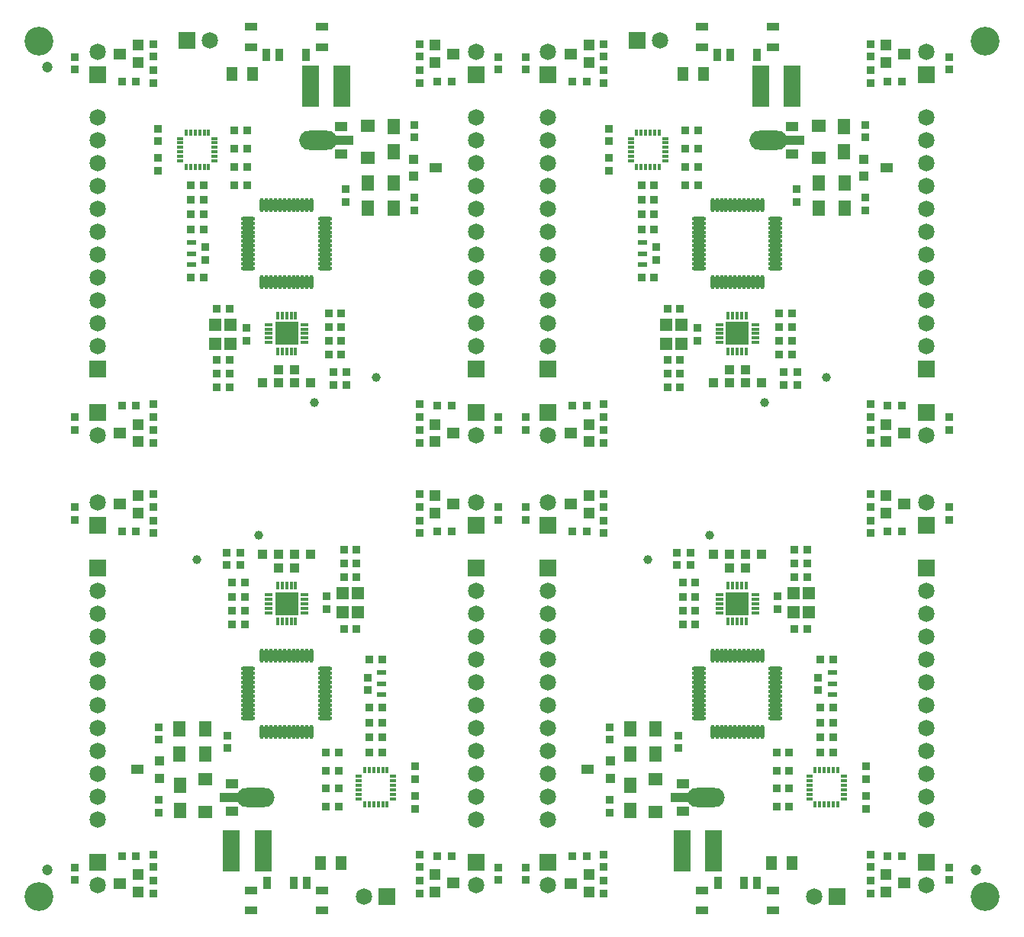
<source format=gts>
G04*
G04 #@! TF.GenerationSoftware,Altium Limited,Altium Designer,21.2.2 (38)*
G04*
G04 Layer_Color=8388736*
%FSLAX24Y24*%
%MOIN*%
G70*
G04*
G04 #@! TF.SameCoordinates,7BEC17FB-94DA-460C-997F-5D10B4D38A6F*
G04*
G04*
G04 #@! TF.FilePolarity,Negative*
G04*
G01*
G75*
%ADD65C,0.0474*%
%ADD66R,0.0365X0.0326*%
%ADD67R,0.0326X0.0365*%
%ADD68R,0.0550X0.0650*%
%ADD69C,0.0395*%
%ADD70R,0.0550X0.0390*%
%ADD71O,0.1650X0.0837*%
%ADD72R,0.1050X0.0390*%
%ADD73R,0.0301X0.0150*%
%ADD74R,0.0150X0.0301*%
%ADD75R,0.0450X0.0450*%
%ADD76R,0.0550X0.0450*%
%ADD77R,0.0400X0.0400*%
%ADD78R,0.0739X0.1822*%
%ADD79R,0.0365X0.0522*%
%ADD80R,0.0522X0.0365*%
%ADD81R,0.0450X0.0600*%
%ADD82R,0.0641X0.0522*%
%ADD83R,0.0522X0.0562*%
%ADD84R,0.0444X0.0247*%
%ADD85R,0.0522X0.0410*%
%ADD86R,0.0410X0.0410*%
%ADD87O,0.0641X0.0168*%
%ADD88O,0.0168X0.0641*%
%ADD89R,0.0365X0.0160*%
%ADD90R,0.0160X0.0365*%
%ADD91O,0.0641X0.0168*%
%ADD92O,0.0168X0.0641*%
%ADD93R,0.1034X0.1034*%
%ADD94C,0.1261*%
%ADD95C,0.0719*%
%ADD96R,0.0719X0.0719*%
%ADD97R,0.0719X0.0719*%
D65*
X39970Y-17550D02*
D03*
X-600D02*
D03*
Y17550D02*
D03*
D66*
X16417Y2753D02*
D03*
X17047D02*
D03*
X12470Y4217D02*
D03*
Y3663D02*
D03*
X15420Y11853D02*
D03*
Y11300D02*
D03*
X12420Y12217D02*
D03*
Y11663D02*
D03*
X11880Y4217D02*
D03*
Y3663D02*
D03*
X591Y1692D02*
D03*
Y2245D02*
D03*
X4220Y14313D02*
D03*
Y14867D02*
D03*
Y13577D02*
D03*
Y13023D02*
D03*
X15420Y14475D02*
D03*
Y15029D02*
D03*
X6300Y9133D02*
D03*
Y9687D02*
D03*
X8090Y5593D02*
D03*
Y6147D02*
D03*
X15669Y1118D02*
D03*
Y1672D02*
D03*
Y18567D02*
D03*
Y18013D02*
D03*
X4016Y18567D02*
D03*
Y18013D02*
D03*
Y2263D02*
D03*
Y2817D02*
D03*
Y17422D02*
D03*
Y16868D02*
D03*
X15669Y17422D02*
D03*
Y16868D02*
D03*
Y2817D02*
D03*
Y2263D02*
D03*
X4016Y1672D02*
D03*
Y1118D02*
D03*
X3268Y16932D02*
D03*
X2638D02*
D03*
X16417D02*
D03*
X17047D02*
D03*
X3268Y2753D02*
D03*
X2638D02*
D03*
X19094Y1692D02*
D03*
Y2245D02*
D03*
Y17440D02*
D03*
Y17993D02*
D03*
X591D02*
D03*
Y17440D02*
D03*
X36102Y2753D02*
D03*
X36732D02*
D03*
X32155Y4217D02*
D03*
Y3663D02*
D03*
X35105Y11853D02*
D03*
Y11300D02*
D03*
X32105Y12217D02*
D03*
Y11663D02*
D03*
X31565Y4217D02*
D03*
Y3663D02*
D03*
X20276Y1692D02*
D03*
Y2245D02*
D03*
X23905Y14313D02*
D03*
Y14867D02*
D03*
Y13577D02*
D03*
Y13023D02*
D03*
X35105Y14475D02*
D03*
Y15029D02*
D03*
X25985Y9133D02*
D03*
Y9687D02*
D03*
X27775Y5593D02*
D03*
Y6147D02*
D03*
X35354Y1118D02*
D03*
Y1672D02*
D03*
Y18567D02*
D03*
Y18013D02*
D03*
X23701Y18567D02*
D03*
Y18013D02*
D03*
Y2263D02*
D03*
Y2817D02*
D03*
Y17422D02*
D03*
Y16868D02*
D03*
X35354Y17422D02*
D03*
Y16868D02*
D03*
Y2817D02*
D03*
Y2263D02*
D03*
X23701Y1672D02*
D03*
Y1118D02*
D03*
X22953Y16932D02*
D03*
X22323D02*
D03*
X36102D02*
D03*
X36732D02*
D03*
X22953Y2753D02*
D03*
X22323D02*
D03*
X38780Y1692D02*
D03*
Y2245D02*
D03*
Y17440D02*
D03*
Y17993D02*
D03*
X20276D02*
D03*
Y17440D02*
D03*
X22953Y-2753D02*
D03*
X22323D02*
D03*
X26900Y-4217D02*
D03*
Y-3663D02*
D03*
X23950Y-11853D02*
D03*
Y-11300D02*
D03*
X26950Y-12217D02*
D03*
Y-11663D02*
D03*
X27490Y-4217D02*
D03*
Y-3663D02*
D03*
X38780Y-1692D02*
D03*
Y-2245D02*
D03*
X35150Y-14313D02*
D03*
Y-14867D02*
D03*
Y-13577D02*
D03*
Y-13023D02*
D03*
X23950Y-14475D02*
D03*
Y-15029D02*
D03*
X33070Y-9133D02*
D03*
Y-9687D02*
D03*
X31280Y-5593D02*
D03*
Y-6147D02*
D03*
X23701Y-1118D02*
D03*
Y-1672D02*
D03*
Y-18567D02*
D03*
Y-18013D02*
D03*
X35354Y-18567D02*
D03*
Y-18013D02*
D03*
Y-2263D02*
D03*
Y-2817D02*
D03*
Y-17422D02*
D03*
Y-16868D02*
D03*
X23701Y-17422D02*
D03*
Y-16868D02*
D03*
Y-2817D02*
D03*
Y-2263D02*
D03*
X35354Y-1672D02*
D03*
Y-1118D02*
D03*
X36102Y-16932D02*
D03*
X36732D02*
D03*
X22953D02*
D03*
X22323D02*
D03*
X36102Y-2753D02*
D03*
X36732D02*
D03*
X20276Y-1692D02*
D03*
Y-2245D02*
D03*
Y-17440D02*
D03*
Y-17993D02*
D03*
X38780D02*
D03*
Y-17440D02*
D03*
X3268Y-2753D02*
D03*
X2638D02*
D03*
X7215Y-4217D02*
D03*
Y-3663D02*
D03*
X4265Y-11853D02*
D03*
Y-11300D02*
D03*
X7265Y-12217D02*
D03*
Y-11663D02*
D03*
X7805Y-4217D02*
D03*
Y-3663D02*
D03*
X19094Y-1692D02*
D03*
Y-2245D02*
D03*
X15465Y-14313D02*
D03*
Y-14867D02*
D03*
Y-13577D02*
D03*
Y-13023D02*
D03*
X4265Y-14475D02*
D03*
Y-15029D02*
D03*
X13385Y-9133D02*
D03*
Y-9687D02*
D03*
X11595Y-5593D02*
D03*
Y-6147D02*
D03*
X4016Y-1118D02*
D03*
Y-1672D02*
D03*
Y-18567D02*
D03*
Y-18013D02*
D03*
X15669Y-18567D02*
D03*
Y-18013D02*
D03*
Y-2263D02*
D03*
Y-2817D02*
D03*
Y-17422D02*
D03*
Y-16868D02*
D03*
X4016Y-17422D02*
D03*
Y-16868D02*
D03*
Y-2817D02*
D03*
Y-2263D02*
D03*
X15669Y-1672D02*
D03*
Y-1118D02*
D03*
X16417Y-16932D02*
D03*
X17047D02*
D03*
X3268D02*
D03*
X2638D02*
D03*
X16417Y-2753D02*
D03*
X17047D02*
D03*
X591Y-1692D02*
D03*
Y-2245D02*
D03*
Y-17440D02*
D03*
Y-17993D02*
D03*
X19094D02*
D03*
Y-17440D02*
D03*
D67*
X11673Y5598D02*
D03*
X12227D02*
D03*
Y6199D02*
D03*
X11673D02*
D03*
X12227Y6800D02*
D03*
X11673D02*
D03*
X7341Y3540D02*
D03*
X6788D02*
D03*
X7341Y4148D02*
D03*
X6788D02*
D03*
X7341Y4757D02*
D03*
X6788D02*
D03*
Y6997D02*
D03*
X7341D02*
D03*
X6217Y10450D02*
D03*
X5663D02*
D03*
X6217Y11747D02*
D03*
X5663D02*
D03*
Y8360D02*
D03*
X6217D02*
D03*
X5663Y12400D02*
D03*
X6217D02*
D03*
X7567Y13200D02*
D03*
X8120D02*
D03*
X11673Y4980D02*
D03*
X12227D02*
D03*
X7567Y13980D02*
D03*
X8120D02*
D03*
X7567Y14777D02*
D03*
X8120D02*
D03*
X6217Y11110D02*
D03*
X5663D02*
D03*
X8120Y12403D02*
D03*
X7567D02*
D03*
X31358Y5598D02*
D03*
X31912D02*
D03*
Y6199D02*
D03*
X31358D02*
D03*
X31912Y6800D02*
D03*
X31358D02*
D03*
X27026Y3540D02*
D03*
X26473D02*
D03*
X27026Y4148D02*
D03*
X26473D02*
D03*
X27026Y4757D02*
D03*
X26473D02*
D03*
Y6997D02*
D03*
X27026D02*
D03*
X25902Y10450D02*
D03*
X25348D02*
D03*
X25902Y11747D02*
D03*
X25348D02*
D03*
Y8360D02*
D03*
X25902D02*
D03*
X25348Y12400D02*
D03*
X25902D02*
D03*
X27252Y13200D02*
D03*
X27805D02*
D03*
X31358Y4980D02*
D03*
X31912D02*
D03*
X27252Y13980D02*
D03*
X27805D02*
D03*
X27252Y14777D02*
D03*
X27805D02*
D03*
X25902Y11110D02*
D03*
X25348D02*
D03*
X27805Y12403D02*
D03*
X27252D02*
D03*
X27697Y-5598D02*
D03*
X27143D02*
D03*
Y-6199D02*
D03*
X27697D02*
D03*
X27143Y-6800D02*
D03*
X27697D02*
D03*
X32029Y-3540D02*
D03*
X32582D02*
D03*
X32029Y-4148D02*
D03*
X32582D02*
D03*
X32029Y-4757D02*
D03*
X32582D02*
D03*
Y-6997D02*
D03*
X32029D02*
D03*
X33153Y-10450D02*
D03*
X33707D02*
D03*
X33153Y-11747D02*
D03*
X33707D02*
D03*
Y-8360D02*
D03*
X33153D02*
D03*
X33707Y-12400D02*
D03*
X33153D02*
D03*
X31803Y-13200D02*
D03*
X31250D02*
D03*
X27697Y-4980D02*
D03*
X27143D02*
D03*
X31803Y-13980D02*
D03*
X31250D02*
D03*
X31803Y-14777D02*
D03*
X31250D02*
D03*
X33153Y-11110D02*
D03*
X33707D02*
D03*
X31250Y-12403D02*
D03*
X31803D02*
D03*
X8012Y-5598D02*
D03*
X7458D02*
D03*
Y-6199D02*
D03*
X8012D02*
D03*
X7458Y-6800D02*
D03*
X8012D02*
D03*
X12344Y-3540D02*
D03*
X12897D02*
D03*
X12344Y-4148D02*
D03*
X12897D02*
D03*
X12344Y-4757D02*
D03*
X12897D02*
D03*
Y-6997D02*
D03*
X12344D02*
D03*
X13468Y-10450D02*
D03*
X14022D02*
D03*
X13468Y-11747D02*
D03*
X14022D02*
D03*
Y-8360D02*
D03*
X13468D02*
D03*
X14022Y-12400D02*
D03*
X13468D02*
D03*
X12118Y-13200D02*
D03*
X11565D02*
D03*
X8012Y-4980D02*
D03*
X7458D02*
D03*
X12118Y-13980D02*
D03*
X11565D02*
D03*
X12118Y-14777D02*
D03*
X11565D02*
D03*
X13468Y-11110D02*
D03*
X14022D02*
D03*
X11565Y-12403D02*
D03*
X12118D02*
D03*
D68*
X13400Y12487D02*
D03*
Y11387D02*
D03*
X14520Y12487D02*
D03*
Y11387D02*
D03*
X14510Y13842D02*
D03*
Y14942D02*
D03*
X33085Y12487D02*
D03*
Y11387D02*
D03*
X34206Y12487D02*
D03*
Y11387D02*
D03*
X34195Y13842D02*
D03*
Y14942D02*
D03*
X25970Y-12487D02*
D03*
Y-11387D02*
D03*
X24850Y-12487D02*
D03*
Y-11387D02*
D03*
X24860Y-13842D02*
D03*
Y-14942D02*
D03*
X6285Y-12487D02*
D03*
Y-11387D02*
D03*
X5165Y-12487D02*
D03*
Y-11387D02*
D03*
X5175Y-13842D02*
D03*
Y-14942D02*
D03*
D69*
X13750Y3980D02*
D03*
X11050Y2900D02*
D03*
X33435Y3980D02*
D03*
X30735Y2900D02*
D03*
X25620Y-3980D02*
D03*
X28320Y-2900D02*
D03*
X5935Y-3980D02*
D03*
X8635Y-2900D02*
D03*
D70*
X12231Y14970D02*
D03*
Y13770D02*
D03*
X31916Y14970D02*
D03*
Y13770D02*
D03*
X27139Y-14970D02*
D03*
Y-13770D02*
D03*
X7454Y-14970D02*
D03*
Y-13770D02*
D03*
D71*
X11210Y14370D02*
D03*
X30895D02*
D03*
X28160Y-14370D02*
D03*
X8475D02*
D03*
D72*
X12231Y14370D02*
D03*
X31916D02*
D03*
X27139Y-14370D02*
D03*
X7454D02*
D03*
D73*
X6694Y14435D02*
D03*
Y14238D02*
D03*
Y14042D02*
D03*
Y13845D02*
D03*
Y13648D02*
D03*
Y13451D02*
D03*
X5192D02*
D03*
Y13845D02*
D03*
Y14435D02*
D03*
Y14238D02*
D03*
Y14042D02*
D03*
Y13648D02*
D03*
X26379Y14435D02*
D03*
Y14238D02*
D03*
Y14042D02*
D03*
Y13845D02*
D03*
Y13648D02*
D03*
Y13451D02*
D03*
X24877D02*
D03*
Y13845D02*
D03*
Y14435D02*
D03*
Y14238D02*
D03*
Y14042D02*
D03*
Y13648D02*
D03*
X32676Y-14435D02*
D03*
Y-14238D02*
D03*
Y-14042D02*
D03*
Y-13845D02*
D03*
Y-13648D02*
D03*
Y-13451D02*
D03*
X34178D02*
D03*
Y-13845D02*
D03*
Y-14435D02*
D03*
Y-14238D02*
D03*
Y-14042D02*
D03*
Y-13648D02*
D03*
X12991Y-14435D02*
D03*
Y-14238D02*
D03*
Y-14042D02*
D03*
Y-13845D02*
D03*
Y-13648D02*
D03*
Y-13451D02*
D03*
X14493D02*
D03*
Y-13845D02*
D03*
Y-14435D02*
D03*
Y-14238D02*
D03*
Y-14042D02*
D03*
Y-13648D02*
D03*
D74*
X6239Y13192D02*
D03*
X6042D02*
D03*
X5845D02*
D03*
X5648D02*
D03*
X5451Y14694D02*
D03*
X5648D02*
D03*
X5845D02*
D03*
X6042D02*
D03*
X6239D02*
D03*
X5451Y13192D02*
D03*
X6435Y14694D02*
D03*
Y13192D02*
D03*
X25924D02*
D03*
X25727D02*
D03*
X25530D02*
D03*
X25333D02*
D03*
X25136Y14694D02*
D03*
X25333D02*
D03*
X25530D02*
D03*
X25727D02*
D03*
X25924D02*
D03*
X25136Y13192D02*
D03*
X26120Y14694D02*
D03*
Y13192D02*
D03*
X33131Y-13192D02*
D03*
X33328D02*
D03*
X33525D02*
D03*
X33722D02*
D03*
X33919Y-14694D02*
D03*
X33722D02*
D03*
X33525D02*
D03*
X33328D02*
D03*
X33131D02*
D03*
X33919Y-13192D02*
D03*
X32935Y-14694D02*
D03*
Y-13192D02*
D03*
X13446D02*
D03*
X13643D02*
D03*
X13840D02*
D03*
X14037D02*
D03*
X14234Y-14694D02*
D03*
X14037D02*
D03*
X13840D02*
D03*
X13643D02*
D03*
X13446D02*
D03*
X14234Y-13192D02*
D03*
X13250Y-14694D02*
D03*
Y-13192D02*
D03*
D75*
X3353Y17756D02*
D03*
Y18506D02*
D03*
X16332Y17756D02*
D03*
Y18506D02*
D03*
Y1929D02*
D03*
Y1179D02*
D03*
X3353D02*
D03*
Y1929D02*
D03*
X23038Y17756D02*
D03*
Y18506D02*
D03*
X36017Y17756D02*
D03*
Y18506D02*
D03*
Y1929D02*
D03*
Y1179D02*
D03*
X23038D02*
D03*
Y1929D02*
D03*
X36017Y-17756D02*
D03*
Y-18506D02*
D03*
X23038Y-17756D02*
D03*
Y-18506D02*
D03*
Y-1929D02*
D03*
Y-1179D02*
D03*
X36017D02*
D03*
Y-1929D02*
D03*
X16332Y-17756D02*
D03*
Y-18506D02*
D03*
X3353Y-17756D02*
D03*
Y-18506D02*
D03*
Y-1929D02*
D03*
Y-1179D02*
D03*
X16332D02*
D03*
Y-1929D02*
D03*
D76*
X2553Y18126D02*
D03*
X17132Y18136D02*
D03*
Y1559D02*
D03*
X2553Y1549D02*
D03*
X22238Y18126D02*
D03*
X36817Y18136D02*
D03*
Y1559D02*
D03*
X22238Y1549D02*
D03*
X36817Y-18126D02*
D03*
X22238Y-18136D02*
D03*
Y-1559D02*
D03*
X36817Y-1549D02*
D03*
X17132Y-18126D02*
D03*
X2553Y-18136D02*
D03*
Y-1559D02*
D03*
X17132Y-1549D02*
D03*
D77*
X8790Y3740D02*
D03*
X9490D02*
D03*
X10190D02*
D03*
X10890D02*
D03*
X9493Y4331D02*
D03*
X10193D02*
D03*
X28475Y3740D02*
D03*
X29175D02*
D03*
X29875D02*
D03*
X30575D02*
D03*
X29178Y4331D02*
D03*
X29878D02*
D03*
X30580Y-3740D02*
D03*
X29880D02*
D03*
X29180D02*
D03*
X28480D02*
D03*
X29878Y-4331D02*
D03*
X29178D02*
D03*
X10895Y-3740D02*
D03*
X10195D02*
D03*
X9495D02*
D03*
X8795D02*
D03*
X10193Y-4331D02*
D03*
X9493D02*
D03*
D78*
X12250Y16720D02*
D03*
X10872D02*
D03*
X31935D02*
D03*
X30557D02*
D03*
X27120Y-16720D02*
D03*
X28498D02*
D03*
X7435D02*
D03*
X8813D02*
D03*
D79*
X9536Y18101D02*
D03*
X8970D02*
D03*
X10686Y18099D02*
D03*
X29221Y18101D02*
D03*
X28655D02*
D03*
X30371Y18099D02*
D03*
X29834Y-18101D02*
D03*
X30400D02*
D03*
X28684Y-18099D02*
D03*
X10149Y-18101D02*
D03*
X10715D02*
D03*
X8999Y-18099D02*
D03*
D80*
X11390Y18431D02*
D03*
Y19321D02*
D03*
X8290Y18431D02*
D03*
Y19311D02*
D03*
X31075Y18431D02*
D03*
Y19321D02*
D03*
X27975Y18431D02*
D03*
Y19311D02*
D03*
X27980Y-18431D02*
D03*
Y-19321D02*
D03*
X31080Y-18431D02*
D03*
Y-19311D02*
D03*
X8295Y-18431D02*
D03*
Y-19321D02*
D03*
X11395Y-18431D02*
D03*
Y-19311D02*
D03*
D81*
X7460Y17250D02*
D03*
X8360D02*
D03*
X27145D02*
D03*
X28045D02*
D03*
X31910Y-17250D02*
D03*
X31010D02*
D03*
X12225D02*
D03*
X11325D02*
D03*
D82*
X13400Y14999D02*
D03*
Y13581D02*
D03*
X33085Y14999D02*
D03*
Y13581D02*
D03*
X25970Y-14999D02*
D03*
Y-13581D02*
D03*
X6285Y-14999D02*
D03*
Y-13581D02*
D03*
D83*
X7395Y6283D02*
D03*
X6725Y5457D02*
D03*
Y6283D02*
D03*
X7395Y5457D02*
D03*
X27080Y6283D02*
D03*
X26410Y5457D02*
D03*
Y6283D02*
D03*
X27080Y5457D02*
D03*
X31975Y-6283D02*
D03*
X32645Y-5457D02*
D03*
Y-6283D02*
D03*
X31975Y-5457D02*
D03*
X12290Y-6283D02*
D03*
X12960Y-5457D02*
D03*
Y-6283D02*
D03*
X12290Y-5457D02*
D03*
D84*
X5690Y8928D02*
D03*
Y9872D02*
D03*
Y9400D02*
D03*
X25375Y8928D02*
D03*
Y9872D02*
D03*
Y9400D02*
D03*
X33680Y-8928D02*
D03*
Y-9872D02*
D03*
Y-9400D02*
D03*
X13995Y-8928D02*
D03*
Y-9872D02*
D03*
Y-9400D02*
D03*
D85*
X16368Y13154D02*
D03*
X36053D02*
D03*
X23002Y-13154D02*
D03*
X3317D02*
D03*
D86*
X15383Y12779D02*
D03*
Y13529D02*
D03*
X35069Y12779D02*
D03*
Y13529D02*
D03*
X23987Y-12779D02*
D03*
Y-13529D02*
D03*
X4302Y-12779D02*
D03*
Y-13529D02*
D03*
D87*
X11516Y9744D02*
D03*
Y9941D02*
D03*
Y10532D02*
D03*
Y9547D02*
D03*
X8169Y9350D02*
D03*
Y8760D02*
D03*
Y8957D02*
D03*
Y9154D02*
D03*
Y9744D02*
D03*
Y9941D02*
D03*
Y10138D02*
D03*
Y10925D02*
D03*
X11516Y8760D02*
D03*
Y8957D02*
D03*
Y10138D02*
D03*
Y10335D02*
D03*
X31201Y9744D02*
D03*
Y9941D02*
D03*
Y10532D02*
D03*
Y9547D02*
D03*
X27854Y9350D02*
D03*
Y8760D02*
D03*
Y8957D02*
D03*
Y9154D02*
D03*
Y9744D02*
D03*
Y9941D02*
D03*
Y10138D02*
D03*
Y10925D02*
D03*
X31201Y8760D02*
D03*
Y8957D02*
D03*
Y10138D02*
D03*
Y10335D02*
D03*
X27854Y-9744D02*
D03*
Y-9941D02*
D03*
Y-10532D02*
D03*
Y-9547D02*
D03*
X31201Y-9350D02*
D03*
Y-8760D02*
D03*
Y-8957D02*
D03*
Y-9154D02*
D03*
Y-9744D02*
D03*
Y-9941D02*
D03*
Y-10138D02*
D03*
Y-10925D02*
D03*
X27854Y-8760D02*
D03*
Y-8957D02*
D03*
Y-10138D02*
D03*
Y-10335D02*
D03*
X8169Y-9744D02*
D03*
Y-9941D02*
D03*
Y-10532D02*
D03*
Y-9547D02*
D03*
X11516Y-9350D02*
D03*
Y-8760D02*
D03*
Y-8957D02*
D03*
Y-9154D02*
D03*
Y-9744D02*
D03*
Y-9941D02*
D03*
Y-10138D02*
D03*
Y-10925D02*
D03*
X8169Y-8760D02*
D03*
Y-8957D02*
D03*
Y-10138D02*
D03*
Y-10335D02*
D03*
D88*
X10335Y8169D02*
D03*
X10925Y11516D02*
D03*
X10531Y8169D02*
D03*
X9547D02*
D03*
X10728Y11516D02*
D03*
X9350Y8169D02*
D03*
X9154D02*
D03*
X8957D02*
D03*
X9547Y11516D02*
D03*
X8760D02*
D03*
X10925Y8169D02*
D03*
X10531Y11516D02*
D03*
X10335D02*
D03*
X10138D02*
D03*
Y8169D02*
D03*
X9941D02*
D03*
X9744D02*
D03*
X8760D02*
D03*
X9941Y11516D02*
D03*
X9744D02*
D03*
X9350D02*
D03*
X9154D02*
D03*
X30020Y8169D02*
D03*
X30610Y11516D02*
D03*
X30217Y8169D02*
D03*
X29232D02*
D03*
X30413Y11516D02*
D03*
X29035Y8169D02*
D03*
X28839D02*
D03*
X28642D02*
D03*
X29232Y11516D02*
D03*
X28445D02*
D03*
X30610Y8169D02*
D03*
X30217Y11516D02*
D03*
X30020D02*
D03*
X29823D02*
D03*
Y8169D02*
D03*
X29626D02*
D03*
X29429D02*
D03*
X28445D02*
D03*
X29626Y11516D02*
D03*
X29429D02*
D03*
X29035D02*
D03*
X28839D02*
D03*
X29035Y-8169D02*
D03*
X28445Y-11516D02*
D03*
X28839Y-8169D02*
D03*
X29823D02*
D03*
X28642Y-11516D02*
D03*
X30020Y-8169D02*
D03*
X30217D02*
D03*
X30413D02*
D03*
X29823Y-11516D02*
D03*
X30610D02*
D03*
X28445Y-8169D02*
D03*
X28839Y-11516D02*
D03*
X29035D02*
D03*
X29232D02*
D03*
Y-8169D02*
D03*
X29429D02*
D03*
X29626D02*
D03*
X30610D02*
D03*
X29429Y-11516D02*
D03*
X29626D02*
D03*
X30020D02*
D03*
X30217D02*
D03*
X9350Y-8169D02*
D03*
X8760Y-11516D02*
D03*
X9154Y-8169D02*
D03*
X10138D02*
D03*
X8957Y-11516D02*
D03*
X10335Y-8169D02*
D03*
X10532D02*
D03*
X10728D02*
D03*
X10138Y-11516D02*
D03*
X10925D02*
D03*
X8760Y-8169D02*
D03*
X9154Y-11516D02*
D03*
X9350D02*
D03*
X9547D02*
D03*
Y-8169D02*
D03*
X9744D02*
D03*
X9941D02*
D03*
X10925D02*
D03*
X9744Y-11516D02*
D03*
X9941D02*
D03*
X10335D02*
D03*
X10532D02*
D03*
D89*
X9055Y5906D02*
D03*
X10630Y5709D02*
D03*
Y6299D02*
D03*
X9055Y6102D02*
D03*
X10630Y5906D02*
D03*
Y6102D02*
D03*
Y5512D02*
D03*
X9055D02*
D03*
Y5709D02*
D03*
Y6299D02*
D03*
X28740Y5906D02*
D03*
X30315Y5709D02*
D03*
Y6299D02*
D03*
X28740Y6102D02*
D03*
X30315Y5906D02*
D03*
Y6102D02*
D03*
Y5512D02*
D03*
X28740D02*
D03*
Y5709D02*
D03*
Y6299D02*
D03*
X30315Y-5906D02*
D03*
X28740Y-5709D02*
D03*
Y-6299D02*
D03*
X30315Y-6102D02*
D03*
X28740Y-5906D02*
D03*
Y-6102D02*
D03*
Y-5512D02*
D03*
X30315D02*
D03*
Y-5709D02*
D03*
Y-6299D02*
D03*
X10630Y-5906D02*
D03*
X9055Y-5709D02*
D03*
Y-6299D02*
D03*
X10630Y-6102D02*
D03*
X9055Y-5906D02*
D03*
Y-6102D02*
D03*
Y-5512D02*
D03*
X10630D02*
D03*
Y-5709D02*
D03*
Y-6299D02*
D03*
D90*
X10039Y5118D02*
D03*
X10236D02*
D03*
X9843D02*
D03*
X9646D02*
D03*
X9449D02*
D03*
Y6693D02*
D03*
X9646D02*
D03*
X9843D02*
D03*
X10039D02*
D03*
X10236D02*
D03*
X29724Y5118D02*
D03*
X29921D02*
D03*
X29528D02*
D03*
X29331D02*
D03*
X29134D02*
D03*
Y6693D02*
D03*
X29331D02*
D03*
X29528D02*
D03*
X29724D02*
D03*
X29921D02*
D03*
X29331Y-5118D02*
D03*
X29134D02*
D03*
X29528D02*
D03*
X29724D02*
D03*
X29921D02*
D03*
Y-6693D02*
D03*
X29724D02*
D03*
X29528D02*
D03*
X29331D02*
D03*
X29134D02*
D03*
X9646Y-5118D02*
D03*
X9449D02*
D03*
X9843D02*
D03*
X10039D02*
D03*
X10236D02*
D03*
Y-6693D02*
D03*
X10039D02*
D03*
X9843D02*
D03*
X9646D02*
D03*
X9449D02*
D03*
D91*
X11516Y10728D02*
D03*
X8169Y9547D02*
D03*
X11516Y10925D02*
D03*
X8169Y10728D02*
D03*
Y10335D02*
D03*
Y10532D02*
D03*
X11516Y9154D02*
D03*
Y9350D02*
D03*
X31201Y10728D02*
D03*
X27854Y9547D02*
D03*
X31201Y10925D02*
D03*
X27854Y10728D02*
D03*
Y10335D02*
D03*
Y10532D02*
D03*
X31201Y9154D02*
D03*
Y9350D02*
D03*
X27854Y-10728D02*
D03*
X31201Y-9547D02*
D03*
X27854Y-10925D02*
D03*
X31201Y-10728D02*
D03*
Y-10335D02*
D03*
Y-10532D02*
D03*
X27854Y-9154D02*
D03*
Y-9350D02*
D03*
X8169Y-10728D02*
D03*
X11516Y-9547D02*
D03*
X8169Y-10925D02*
D03*
X11516Y-10728D02*
D03*
Y-10335D02*
D03*
Y-10532D02*
D03*
X8169Y-9154D02*
D03*
Y-9350D02*
D03*
D92*
X8957Y11516D02*
D03*
X10728Y8169D02*
D03*
X28642Y11516D02*
D03*
X30413Y8169D02*
D03*
X30413Y-11516D02*
D03*
X28642Y-8169D02*
D03*
X10728Y-11516D02*
D03*
X8957Y-8169D02*
D03*
D93*
X9843Y5906D02*
D03*
X29528D02*
D03*
X29528Y-5906D02*
D03*
X9843D02*
D03*
D94*
X40354Y-18701D02*
D03*
Y18701D02*
D03*
X-984D02*
D03*
Y-18701D02*
D03*
D95*
X1575Y1469D02*
D03*
Y8343D02*
D03*
Y7343D02*
D03*
Y11343D02*
D03*
Y12343D02*
D03*
Y15343D02*
D03*
Y9343D02*
D03*
Y6343D02*
D03*
Y5343D02*
D03*
Y10343D02*
D03*
Y13343D02*
D03*
Y14343D02*
D03*
X6480Y18720D02*
D03*
X18110Y15343D02*
D03*
Y14343D02*
D03*
Y13343D02*
D03*
Y12343D02*
D03*
Y11343D02*
D03*
Y10343D02*
D03*
Y5343D02*
D03*
Y6343D02*
D03*
Y7343D02*
D03*
Y8343D02*
D03*
Y9343D02*
D03*
Y1469D02*
D03*
Y18217D02*
D03*
X1575D02*
D03*
X21260Y1469D02*
D03*
Y8343D02*
D03*
Y7343D02*
D03*
Y11343D02*
D03*
Y12343D02*
D03*
Y15343D02*
D03*
Y9343D02*
D03*
Y6343D02*
D03*
Y5343D02*
D03*
Y10343D02*
D03*
Y13343D02*
D03*
Y14343D02*
D03*
X26165Y18720D02*
D03*
X37795Y15343D02*
D03*
Y14343D02*
D03*
Y13343D02*
D03*
Y12343D02*
D03*
Y11343D02*
D03*
Y10343D02*
D03*
Y5343D02*
D03*
Y6343D02*
D03*
Y7343D02*
D03*
Y8343D02*
D03*
Y9343D02*
D03*
Y1469D02*
D03*
Y18217D02*
D03*
X21260D02*
D03*
X37795Y-1469D02*
D03*
Y-8343D02*
D03*
Y-7343D02*
D03*
Y-11343D02*
D03*
Y-12343D02*
D03*
Y-15343D02*
D03*
Y-9343D02*
D03*
Y-6343D02*
D03*
Y-5343D02*
D03*
Y-10343D02*
D03*
Y-13343D02*
D03*
Y-14343D02*
D03*
X32890Y-18720D02*
D03*
X21260Y-15343D02*
D03*
Y-14343D02*
D03*
Y-13343D02*
D03*
Y-12343D02*
D03*
Y-11343D02*
D03*
Y-10343D02*
D03*
Y-5343D02*
D03*
Y-6343D02*
D03*
Y-7343D02*
D03*
Y-8343D02*
D03*
Y-9343D02*
D03*
Y-1469D02*
D03*
Y-18217D02*
D03*
X37795D02*
D03*
X18110Y-1469D02*
D03*
Y-8343D02*
D03*
Y-7343D02*
D03*
Y-11343D02*
D03*
Y-12343D02*
D03*
Y-15343D02*
D03*
Y-9343D02*
D03*
Y-6343D02*
D03*
Y-5343D02*
D03*
Y-10343D02*
D03*
Y-13343D02*
D03*
Y-14343D02*
D03*
X13205Y-18720D02*
D03*
X1575Y-15343D02*
D03*
Y-14343D02*
D03*
Y-13343D02*
D03*
Y-12343D02*
D03*
Y-11343D02*
D03*
Y-10343D02*
D03*
Y-5343D02*
D03*
Y-6343D02*
D03*
Y-7343D02*
D03*
Y-8343D02*
D03*
Y-9343D02*
D03*
Y-1469D02*
D03*
Y-18217D02*
D03*
X18110D02*
D03*
D96*
X1575Y2468D02*
D03*
Y4343D02*
D03*
X18110D02*
D03*
Y2468D02*
D03*
Y17217D02*
D03*
X1575D02*
D03*
X21260Y2468D02*
D03*
Y4343D02*
D03*
X37795D02*
D03*
Y2468D02*
D03*
Y17217D02*
D03*
X21260D02*
D03*
X37795Y-2468D02*
D03*
Y-4343D02*
D03*
X21260D02*
D03*
Y-2468D02*
D03*
Y-17217D02*
D03*
X37795D02*
D03*
X18110Y-2468D02*
D03*
Y-4343D02*
D03*
X1575D02*
D03*
Y-2468D02*
D03*
Y-17217D02*
D03*
X18110D02*
D03*
D97*
X5480Y18720D02*
D03*
X25165D02*
D03*
X33890Y-18720D02*
D03*
X14205D02*
D03*
M02*

</source>
